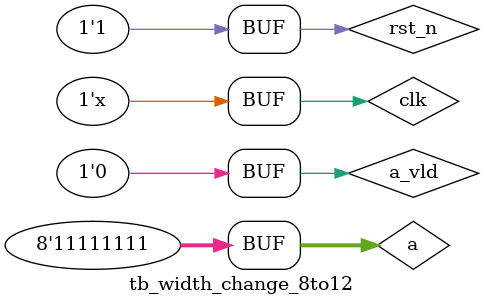
<source format=v>
`timescale 1ns / 1ps

module tb_width_change_8to12();

localparam AWIDTH = 8,
           BWIDTH = 12;

reg clk;
reg rst_n;
reg a_vld;
reg[AWIDTH-1:0] a;
wire [BWIDTH-1:0] b;
wire b_vld;

initial begin
    clk = 0;
    rst_n = 0;
    a = 8'b0;
    a_vld= 0;
    #50
    rst_n = 1;
    #28
    a_vld = 1;
    a = 8'h55;
    #20
    a_vld = 0;
    #20
    a_vld = 1;
    a = 8'haa;
    #20
    a = 8'hbb;
    #20
    a = 8'hcc;
    #20
    a = 8'hdd;
    #20
    a = 8'hee;
    #20
    a_vld= 0;
    #60
    a_vld = 1;
    a = 8'hff;
    #20
    a_vld= 0;
end

always #10 clk = ~clk;

width_change_8to12 #(
    .AWIDTH(AWIDTH),
    .BWIDTH(BWIDTH)
) u_width_change_8to12 (
    .clk(clk),
    .rst_n(rst_n),
    .a_vld(a_vld),
    .a(a),
    .b_vld(b_vld),
    .b(b)
    );

endmodule

</source>
